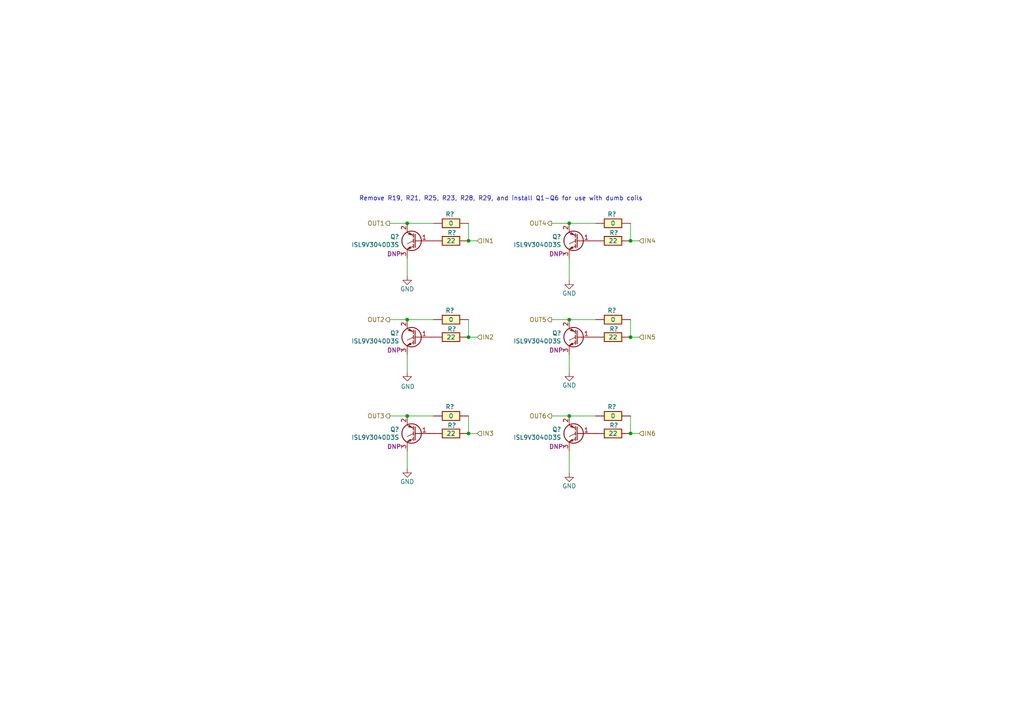
<source format=kicad_sch>
(kicad_sch (version 20230121) (generator eeschema)
  (paper "A4")
  (lib_symbols
    (symbol "Device:Q_NIGBT_GCE" (pin_names (offset 0) hide)
      (property "Reference" "Q" (at 5.08 1.27 0))
      (property "Value" "Q_NIGBT_GCE" (at 5.08 -1.27 0))
      (symbol "Q_NIGBT_GCE_0_1"
        (polyline (pts (xy 0.762 -1.016) (xy 0.762 -2.032)) (stroke (width 0.254)))
        (polyline (pts (xy 0.762 0.508) (xy 0.762 -0.508)) (stroke (width 0.254)))
        (polyline (pts (xy 0.762 2.032) (xy 0.762 1.016)) (stroke (width 0.254)))
        (polyline (pts (xy 2.54 -2.413) (xy 0.762 -1.524)))
        (polyline (pts (xy 2.54 -0.889) (xy 0.762 0)))
        (polyline (pts (xy 2.54 2.413) (xy 0.762 1.524)))
        (polyline (pts (xy 0.254 1.905) (xy 0.254 -1.905) (xy 0.254 -1.905)) (stroke (width 0.254)))
        (polyline (pts (xy 1.397 -2.159) (xy 1.651 -1.651) (xy 2.54 -2.413) (xy 1.397 -2.159)) (fill (type outline)))
        (polyline (pts (xy 2.159 1.905) (xy 1.905 2.413) (xy 1.016 1.651) (xy 2.159 1.905)) (fill (type outline)))
        (circle (center 1.27 0) (radius 2.8194) (stroke (width 0.254)))
      )
      (symbol "Q_NIGBT_GCE_1_1"
        (pin input line (at -5.08 0 0) (length 5.334) (name "G") (number "1"))
        (pin passive line (at 2.54 5.08 270) (length 2.54) (name "C") (number "2"))
        (pin passive line (at 2.54 -5.08 90) (length 2.54) (name "E") (number "3"))
      )
    )
    (symbol "hellen-one-common:Res" (pin_numbers hide)
      (property "Reference" "R" (at 3.81 2.54 0))
      (property "Value" "Res" (at 5.08 -2.54 0))
      (symbol "Res_1_0"
        (rectangle (start 2.54 -1.27) (end 7.62 1.27) (stroke (width 0.254)) (fill (type background)))
        (pin passive line (at 0 0 0) (length 2.54) (name "") (number "1"))
        (pin passive line (at 10.16 0 180) (length 2.54) (name "") (number "2"))
      )
    )
    (symbol "power:GND" (power) (pin_names (offset 0))
      (property "Value" "GND" (at 0 -3.81 0))
      (symbol "GND_0_1"
        (polyline (pts (xy 0 0) (xy 0 -1.27) (xy 1.27 -1.27) (xy 0 -2.54) (xy -1.27 -1.27) (xy 0 -1.27)))
      )
      (symbol "GND_1_1"
        (pin power_in line (at 0 0 270) (length 0) hide (name "GND") (number "1"))
      )
    )
  )
  (junction (at 118.11 64.77))
  (junction (at 118.11 120.65))
  (junction (at 135.89 69.85))
  (junction (at 118.11 92.71))
  (junction (at 135.89 97.79))
  (junction (at 182.88 125.73))
  (junction (at 182.88 97.79))
  (junction (at 165.1 64.77))
  (junction (at 182.88 69.85))
  (junction (at 165.1 120.65))
  (junction (at 165.1 92.71))
  (junction (at 135.89 125.73))
  (wire (pts (xy 182.88 64.77) (xy 182.88 69.85)))
  (wire (pts (xy 160.02 64.77) (xy 165.1 64.77)))
  (wire (pts (xy 118.11 102.87) (xy 118.11 107.95)))
  (wire (pts (xy 113.03 120.65) (xy 118.11 120.65)))
  (wire (pts (xy 118.11 74.93) (xy 118.11 80.01)))
  (wire (pts (xy 165.1 130.81) (xy 165.1 137.16)))
  (wire (pts (xy 160.02 92.71) (xy 165.1 92.71)))
  (wire (pts (xy 165.1 74.93) (xy 165.1 81.28)))
  (wire (pts (xy 165.1 102.87) (xy 165.1 107.95)))
  (wire (pts (xy 135.89 92.71) (xy 135.89 97.79)))
  (wire (pts (xy 182.88 97.79) (xy 185.42 97.79)))
  (wire (pts (xy 135.89 69.85) (xy 138.43 69.85)))
  (wire (pts (xy 165.1 64.77) (xy 172.72 64.77)))
  (wire (pts (xy 135.89 120.65) (xy 135.89 125.73)))
  (wire (pts (xy 165.1 120.65) (xy 172.72 120.65)))
  (wire (pts (xy 118.11 120.65) (xy 125.73 120.65)))
  (wire (pts (xy 113.03 64.77) (xy 118.11 64.77)))
  (wire (pts (xy 118.11 92.71) (xy 125.73 92.71)))
  (wire (pts (xy 165.1 92.71) (xy 172.72 92.71)))
  (wire (pts (xy 160.02 120.65) (xy 165.1 120.65)))
  (wire (pts (xy 182.88 125.73) (xy 185.42 125.73)))
  (wire (pts (xy 182.88 92.71) (xy 182.88 97.79)))
  (wire (pts (xy 182.88 120.65) (xy 182.88 125.73)))
  (wire (pts (xy 135.89 97.79) (xy 138.43 97.79)))
  (wire (pts (xy 135.89 125.73) (xy 138.43 125.73)))
  (wire (pts (xy 118.11 130.81) (xy 118.11 135.89)))
  (wire (pts (xy 118.11 64.77) (xy 125.73 64.77)))
  (wire (pts (xy 113.03 92.71) (xy 118.11 92.71)))
  (wire (pts (xy 182.88 69.85) (xy 185.42 69.85)))
  (wire (pts (xy 135.89 64.77) (xy 135.89 69.85)))
  (text "Remove R19, R21, R25, R23, R28, R29, and install Q1-Q6 for use with dumb coils" (at 104.14 58.42 0) (effects (font (size 1.27 1.27)) (justify left bottom)))
  (hierarchical_label "IN5" (shape input) (at 185.42 97.79 0))
  (hierarchical_label "OUT1" (shape output) (at 113.03 64.77 180))
  (hierarchical_label "OUT3" (shape output) (at 113.03 120.65 180))
  (hierarchical_label "IN2" (shape input) (at 138.43 97.79 0))
  (hierarchical_label "IN6" (shape input) (at 185.42 125.73 0))
  (hierarchical_label "OUT6" (shape output) (at 160.02 120.65 180))
  (hierarchical_label "OUT5" (shape output) (at 160.02 92.71 180))
  (hierarchical_label "OUT2" (shape output) (at 113.03 92.71 180))
  (hierarchical_label "IN3" (shape input) (at 138.43 125.73 0))
  (hierarchical_label "IN1" (shape input) (at 138.43 69.85 0))
  (hierarchical_label "OUT4" (shape output) (at 160.02 64.77 180))
  (hierarchical_label "IN4" (shape input) (at 185.42 69.85 0))
  (symbol (lib_id "Device:Q_NIGBT_GCE") (at 120.65 125.73 0) (mirror y) (unit 1)
    (property "Reference" "Q?" (at 115.7986 124.5616 0) (effects (justify left)))
    (property "Value" "ISL9V3040D3S" (at 115.7986 126.873 0) (effects (justify left)))
    (property "Footprint" "Package_TO_SOT_SMD:TO-252-2" (effects hide))
    (property "MyComment" "DNP" (at 114.3 129.54 0))
    (instances (project "hellen-hyundai-pb-154" (path "" (reference "Q?") (unit 1)) (path "" (reference "Q?") (unit 1))) (project "DUMB_COILS4" (path "" (reference "Q?") (unit 1))) (project "bmw_v6_90pin" (path "" (reference "Q9") (unit 1))) (project "uaefi" (path "" (reference "Q?") (unit 1)) (path "" (reference "Q?") (unit 1))) (project "ign_quad" (path "" (reference "Q?") (unit 1))))
  )
  (symbol (lib_id "hellen-one-common:Res") (at 182.88 92.71 0) (mirror y) (unit 1)
    (property "Reference" "R?" (at 177.4796 90.0653 0))
    (property "Value" "0" (at 177.8 92.71 0))
    (property "Footprint" "Resistor_SMD:R_2512_6332Metric" (effects hide))
    (property "LCSC" "C25469" (effects hide))
    (instances (project "proteus81harley" (path "" (reference "R?") (unit 1))) (project "bmw_v6_90pin" (path "" (reference "R22") (unit 1))) (project "uaefi" (path "" (reference "R?") (unit 1))))
  )
  (symbol (lib_id "hellen-one-common:Res") (at 125.73 69.85 0) (mirror x) (unit 1)
    (property "Reference" "R?" (at 131.052 67.5018 0))
    (property "Value" "22" (at 130.81 69.85 0))
    (property "Footprint" "footprints:R0603" (effects hide))
    (property "LCSC" "C23345" (effects hide))
    (instances (project "proteus81harley" (path "" (reference "R?") (unit 1))) (project "bmw_v6_90pin" (path "" (reference "R12") (unit 1))) (project "uaefi" (path "" (reference "R?") (unit 1))))
  )
  (symbol (lib_id "hellen-one-common:Res") (at 182.88 64.77 0) (mirror y) (unit 1)
    (property "Reference" "R?" (at 177.4796 62.1253 0))
    (property "Value" "0" (at 177.8 64.77 0))
    (property "Footprint" "Resistor_SMD:R_2512_6332Metric" (effects hide))
    (property "LCSC" "C25469" (effects hide))
    (instances (project "proteus81harley" (path "" (reference "R?") (unit 1))) (project "bmw_v6_90pin" (path "" (reference "R21") (unit 1))) (project "uaefi" (path "" (reference "R?") (unit 1))))
  )
  (symbol (lib_id "hellen-one-common:Res") (at 172.72 125.73 0) (mirror x) (unit 1)
    (property "Reference" "R?" (at 178.042 123.3818 0))
    (property "Value" "22" (at 177.8 125.73 0))
    (property "Footprint" "footprints:R0603" (effects hide))
    (property "LCSC" "C23345" (effects hide))
    (instances (project "proteus81harley" (path "" (reference "R?") (unit 1))) (project "bmw_v6_90pin" (path "" (reference "R20") (unit 1))) (project "uaefi" (path "" (reference "R?") (unit 1))))
  )
  (symbol (lib_id "hellen-one-common:Res") (at 125.73 97.79 0) (mirror x) (unit 1)
    (property "Reference" "R?" (at 131.052 95.4418 0))
    (property "Value" "22" (at 130.81 97.79 0))
    (property "Footprint" "footprints:R0603" (effects hide))
    (property "LCSC" "C23345" (effects hide))
    (instances (project "proteus81harley" (path "" (reference "R?") (unit 1))) (project "bmw_v6_90pin" (path "" (reference "R13") (unit 1))) (project "uaefi" (path "" (reference "R?") (unit 1))))
  )
  (symbol (lib_id "power:GND") (at 118.11 135.89 0) (unit 1)
    (property "Reference" "#PWR?" (effects hide))
    (property "Value" "GND" (at 118.11 139.7 0))
    (instances (project "hellen-hyundai-pb-154" (path "" (reference "#PWR?") (unit 1)) (path "" (reference "#PWR?") (unit 1))) (project "DUMB_COILS4" (path "" (reference "#PWR?") (unit 1))) (project "bmw_v6_90pin" (path "" (reference "#PWR0169") (unit 1))) (project "uaefi" (path "" (reference "#PWR?") (unit 1)) (path "" (reference "#PWR?") (unit 1))) (project "ign_quad" (path "" (reference "#PWR?") (unit 1))))
  )
  (symbol (lib_id "hellen-one-common:Res") (at 135.89 64.77 0) (mirror y) (unit 1)
    (property "Reference" "R?" (at 130.4896 62.1253 0))
    (property "Value" "0" (at 130.81 64.77 0))
    (property "Footprint" "Resistor_SMD:R_2512_6332Metric" (effects hide))
    (property "LCSC" "C25469" (effects hide))
    (instances (project "proteus81harley" (path "" (reference "R?") (unit 1))) (project "bmw_v6_90pin" (path "" (reference "R15") (unit 1))) (project "uaefi" (path "" (reference "R?") (unit 1))))
  )
  (symbol (lib_id "Device:Q_NIGBT_GCE") (at 120.65 69.85 0) (mirror y) (unit 1)
    (property "Reference" "Q?" (at 115.7986 68.6816 0) (effects (justify left)))
    (property "Value" "ISL9V3040D3S" (at 115.7986 70.993 0) (effects (justify left)))
    (property "Footprint" "Package_TO_SOT_SMD:TO-252-2" (effects hide))
    (property "MyComment" "DNP" (at 114.3 73.66 0))
    (instances (project "hellen-hyundai-pb-154" (path "" (reference "Q?") (unit 1)) (path "" (reference "Q?") (unit 1))) (project "DUMB_COILS4" (path "" (reference "Q?") (unit 1))) (project "bmw_v6_90pin" (path "" (reference "Q7") (unit 1))) (project "uaefi" (path "" (reference "Q?") (unit 1)) (path "" (reference "Q?") (unit 1))) (project "ign_quad" (path "" (reference "Q?") (unit 1))))
  )
  (symbol (lib_id "power:GND") (at 165.1 137.16 0) (unit 1)
    (property "Reference" "#PWR?" (effects hide))
    (property "Value" "GND" (at 165.1 140.97 0))
    (instances (project "hellen-hyundai-pb-154" (path "" (reference "#PWR?") (unit 1)) (path "" (reference "#PWR?") (unit 1))) (project "DUMB_COILS4" (path "" (reference "#PWR?") (unit 1))) (project "bmw_v6_90pin" (path "" (reference "#PWR0171") (unit 1))) (project "uaefi" (path "" (reference "#PWR?") (unit 1)) (path "" (reference "#PWR?") (unit 1))) (project "ign_quad" (path "" (reference "#PWR?") (unit 1))))
  )
  (symbol (lib_id "hellen-one-common:Res") (at 125.73 125.73 0) (mirror x) (unit 1)
    (property "Reference" "R?" (at 131.052 123.3818 0))
    (property "Value" "22" (at 130.81 125.73 0))
    (property "Footprint" "footprints:R0603" (effects hide))
    (property "LCSC" "C23345" (effects hide))
    (instances (project "proteus81harley" (path "" (reference "R?") (unit 1))) (project "bmw_v6_90pin" (path "" (reference "R14") (unit 1))) (project "uaefi" (path "" (reference "R?") (unit 1))))
  )
  (symbol (lib_id "Device:Q_NIGBT_GCE") (at 120.65 97.79 0) (mirror y) (unit 1)
    (property "Reference" "Q?" (at 115.7986 96.6216 0) (effects (justify left)))
    (property "Value" "ISL9V3040D3S" (at 115.7986 98.933 0) (effects (justify left)))
    (property "Footprint" "Package_TO_SOT_SMD:TO-252-2" (effects hide))
    (property "MyComment" "DNP" (at 114.3 101.6 0))
    (instances (project "hellen-hyundai-pb-154" (path "" (reference "Q?") (unit 1)) (path "" (reference "Q?") (unit 1))) (project "DUMB_COILS4" (path "" (reference "Q?") (unit 1))) (project "bmw_v6_90pin" (path "" (reference "Q8") (unit 1))) (project "uaefi" (path "" (reference "Q?") (unit 1)) (path "" (reference "Q?") (unit 1))) (project "ign_quad" (path "" (reference "Q?") (unit 1))))
  )
  (symbol (lib_id "power:GND") (at 118.11 80.01 0) (unit 1)
    (property "Reference" "#PWR?" (effects hide))
    (property "Value" "GND" (at 118.11 83.82 0))
    (instances (project "hellen-hyundai-pb-154" (path "" (reference "#PWR?") (unit 1)) (path "" (reference "#PWR?") (unit 1))) (project "DUMB_COILS4" (path "" (reference "#PWR?") (unit 1))) (project "bmw_v6_90pin" (path "" (reference "#PWR0173") (unit 1))) (project "uaefi" (path "" (reference "#PWR?") (unit 1)) (path "" (reference "#PWR?") (unit 1))) (project "ign_quad" (path "" (reference "#PWR?") (unit 1))))
  )
  (symbol (lib_id "Device:Q_NIGBT_GCE") (at 167.64 69.85 0) (mirror y) (unit 1)
    (property "Reference" "Q?" (at 162.7886 68.6816 0) (effects (justify left)))
    (property "Value" "ISL9V3040D3S" (at 162.7886 70.993 0) (effects (justify left)))
    (property "Footprint" "Package_TO_SOT_SMD:TO-252-2" (effects hide))
    (property "MyComment" "DNP" (at 161.29 73.66 0))
    (instances (project "hellen-hyundai-pb-154" (path "" (reference "Q?") (unit 1)) (path "" (reference "Q?") (unit 1))) (project "DUMB_COILS4" (path "" (reference "Q?") (unit 1))) (project "bmw_v6_90pin" (path "" (reference "Q10") (unit 1))) (project "uaefi" (path "" (reference "Q?") (unit 1)) (path "" (reference "Q?") (unit 1))) (project "ign_quad" (path "" (reference "Q?") (unit 1))))
  )
  (symbol (lib_id "hellen-one-common:Res") (at 172.72 97.79 0) (mirror x) (unit 1)
    (property "Reference" "R?" (at 178.042 95.4418 0))
    (property "Value" "22" (at 177.8 97.79 0))
    (property "Footprint" "footprints:R0603" (effects hide))
    (property "LCSC" "C23345" (effects hide))
    (instances (project "proteus81harley" (path "" (reference "R?") (unit 1))) (project "bmw_v6_90pin" (path "" (reference "R19") (unit 1))) (project "uaefi" (path "" (reference "R?") (unit 1))))
  )
  (symbol (lib_id "Device:Q_NIGBT_GCE") (at 167.64 125.73 0) (mirror y) (unit 1)
    (property "Reference" "Q?" (at 162.7886 124.5616 0) (effects (justify left)))
    (property "Value" "ISL9V3040D3S" (at 162.7886 126.873 0) (effects (justify left)))
    (property "Footprint" "Package_TO_SOT_SMD:TO-252-2" (effects hide))
    (property "MyComment" "DNP" (at 161.29 129.54 0))
    (instances (project "hellen-hyundai-pb-154" (path "" (reference "Q?") (unit 1)) (path "" (reference "Q?") (unit 1))) (project "DUMB_COILS4" (path "" (reference "Q?") (unit 1))) (project "bmw_v6_90pin" (path "" (reference "Q12") (unit 1))) (project "uaefi" (path "" (reference "Q?") (unit 1)) (path "" (reference "Q?") (unit 1))) (project "ign_quad" (path "" (reference "Q?") (unit 1))))
  )
  (symbol (lib_id "hellen-one-common:Res") (at 182.88 120.65 0) (mirror y) (unit 1)
    (property "Reference" "R?" (at 177.4796 118.0053 0))
    (property "Value" "0" (at 177.8 120.65 0))
    (property "Footprint" "Resistor_SMD:R_2512_6332Metric" (effects hide))
    (property "LCSC" "C25469" (effects hide))
    (instances (project "proteus81harley" (path "" (reference "R?") (unit 1))) (project "bmw_v6_90pin" (path "" (reference "R23") (unit 1))) (project "uaefi" (path "" (reference "R?") (unit 1))))
  )
  (symbol (lib_id "power:GND") (at 165.1 81.28 0) (unit 1)
    (property "Reference" "#PWR?" (effects hide))
    (property "Value" "GND" (at 165.1 85.09 0))
    (instances (project "hellen-hyundai-pb-154" (path "" (reference "#PWR?") (unit 1)) (path "" (reference "#PWR?") (unit 1))) (project "DUMB_COILS4" (path "" (reference "#PWR?") (unit 1))) (project "bmw_v6_90pin" (path "" (reference "#PWR0172") (unit 1))) (project "uaefi" (path "" (reference "#PWR?") (unit 1)) (path "" (reference "#PWR?") (unit 1))) (project "ign_quad" (path "" (reference "#PWR?") (unit 1))))
  )
  (symbol (lib_id "hellen-one-common:Res") (at 135.89 92.71 0) (mirror y) (unit 1)
    (property "Reference" "R?" (at 130.4896 90.0653 0))
    (property "Value" "0" (at 130.81 92.71 0))
    (property "Footprint" "Resistor_SMD:R_2512_6332Metric" (effects hide))
    (property "LCSC" "C25469" (effects hide))
    (instances (project "proteus81harley" (path "" (reference "R?") (unit 1))) (project "bmw_v6_90pin" (path "" (reference "R16") (unit 1))) (project "uaefi" (path "" (reference "R?") (unit 1))))
  )
  (symbol (lib_id "hellen-one-common:Res") (at 172.72 69.85 0) (mirror x) (unit 1)
    (property "Reference" "R?" (at 178.042 67.5018 0))
    (property "Value" "22" (at 177.8 69.85 0))
    (property "Footprint" "footprints:R0603" (effects hide))
    (property "LCSC" "C23345" (effects hide))
    (instances (project "proteus81harley" (path "" (reference "R?") (unit 1))) (project "bmw_v6_90pin" (path "" (reference "R18") (unit 1))) (project "uaefi" (path "" (reference "R?") (unit 1))))
  )
  (symbol (lib_id "power:GND") (at 165.1 107.95 0) (unit 1)
    (property "Reference" "#PWR?" (effects hide))
    (property "Value" "GND" (at 165.1 111.76 0))
    (instances (project "hellen-hyundai-pb-154" (path "" (reference "#PWR?") (unit 1)) (path "" (reference "#PWR?") (unit 1))) (project "DUMB_COILS4" (path "" (reference "#PWR?") (unit 1))) (project "bmw_v6_90pin" (path "" (reference "#PWR0170") (unit 1))) (project "uaefi" (path "" (reference "#PWR?") (unit 1)) (path "" (reference "#PWR?") (unit 1))) (project "ign_quad" (path "" (reference "#PWR?") (unit 1))))
  )
  (symbol (lib_id "power:GND") (at 118.11 107.95 0) (unit 1)
    (property "Reference" "#PWR?" (effects hide))
    (property "Value" "GND" (at 118.2594 112.121 0))
    (instances (project "hellen-hyundai-pb-154" (path "" (reference "#PWR?") (unit 1)) (path "" (reference "#PWR?") (unit 1))) (project "DUMB_COILS4" (path "" (reference "#PWR?") (unit 1))) (project "bmw_v6_90pin" (path "" (reference "#PWR0168") (unit 1))) (project "uaefi" (path "" (reference "#PWR?") (unit 1)) (path "" (reference "#PWR?") (unit 1))) (project "ign_quad" (path "" (reference "#PWR?") (unit 1))))
  )
  (symbol (lib_id "hellen-one-common:Res") (at 135.89 120.65 0) (mirror y) (unit 1)
    (property "Reference" "R?" (at 130.4896 118.0053 0))
    (property "Value" "0" (at 130.81 120.65 0))
    (property "Footprint" "Resistor_SMD:R_2512_6332Metric" (effects hide))
    (property "LCSC" "C25469" (effects hide))
    (instances (project "proteus81harley" (path "" (reference "R?") (unit 1))) (project "bmw_v6_90pin" (path "" (reference "R17") (unit 1))) (project "uaefi" (path "" (reference "R?") (unit 1))))
  )
  (symbol (lib_id "Device:Q_NIGBT_GCE") (at 167.64 97.79 0) (mirror y) (unit 1)
    (property "Reference" "Q?" (at 162.7886 96.6216 0) (effects (justify left)))
    (property "Value" "ISL9V3040D3S" (at 162.7886 98.933 0) (effects (justify left)))
    (property "Footprint" "Package_TO_SOT_SMD:TO-252-2" (effects hide))
    (property "MyComment" "DNP" (at 161.29 101.6 0))
    (instances (project "hellen-hyundai-pb-154" (path "" (reference "Q?") (unit 1)) (path "" (reference "Q?") (unit 1))) (project "DUMB_COILS4" (path "" (reference "Q?") (unit 1))) (project "bmw_v6_90pin" (path "" (reference "Q11") (unit 1))) (project "uaefi" (path "" (reference "Q?") (unit 1)) (path "" (reference "Q?") (unit 1))) (project "ign_quad" (path "" (reference "Q?") (unit 1))))
  )
)
</source>
